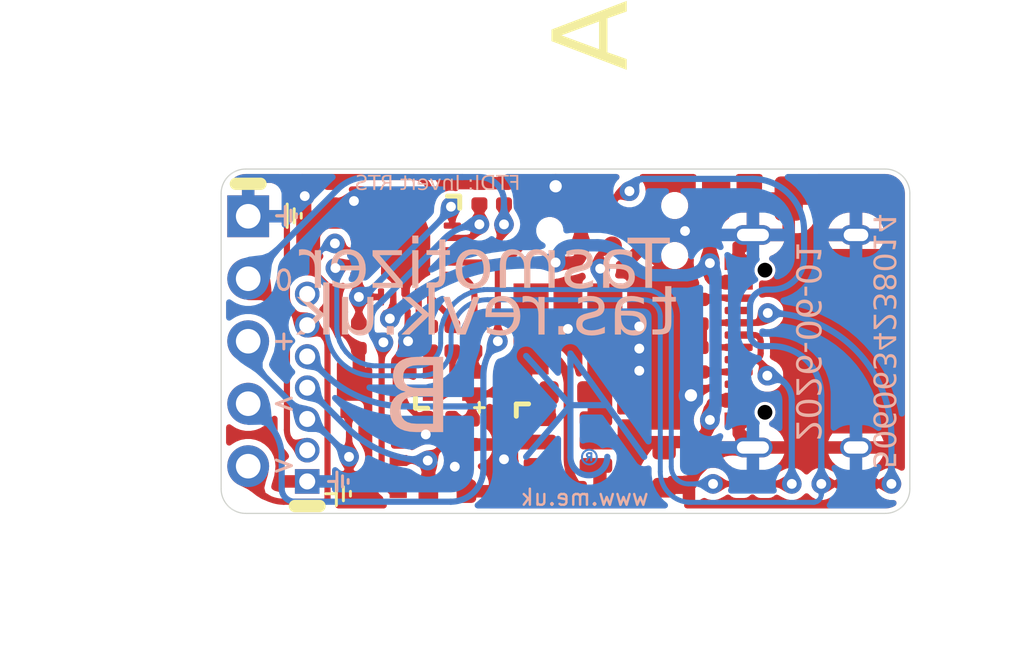
<source format=kicad_pcb>
(kicad_pcb (version 20240108) (generator "pcbnew") (generator_version "8.0")
  (title_block (title "Tasmotizer") (rev "4") (company "Adrian Kennard, Andrews & Arnold Ltd") (comment 1 "toot.me.uk/@RevK") (comment 2 "www.me.uk"))
  (layers (0 "F.Cu" signal) (31 "B.Cu" signal) (34 "B.Paste" user) (35 "F.Paste" user) (36 "B.SilkS" user "B.Silkscreen") (37 "F.SilkS" user "F.Silkscreen") (38 "B.Mask" user) (39 "F.Mask" user) (44 "Edge.Cuts" user))
  (net 0 "")
  (net 1 "GND")
  (net 2 "VBUS")
  (net 3 "RXD")
  (net 4 "GPIO0")
  (net 5 "TXD")
  (net 6 "RST")
  (net 7 "D-")
  (net 8 "D+")
  (net 9 "Net-(U1-3V3OUT)")
  (net 10 "Net-(D4-RK)")
  (net 11 "Net-(D4-GK)")
  (net 12 "Net-(J1-Pin_3)")
  (net 14 "Net-(J3-CC1)")
  (net 15 "Net-(J3-D+-PadA6)")
  (net 16 "Net-(J3-D--PadA7)")
  (net 18 "Net-(J3-CC2)")
  (net 20 "Net-(D4-BK)")
  (net 21 "Net-(U1-CBUS0)")
  (net 22 "Net-(U1-CBUS1)")
  (net 24 "Net-(U1-CBUS3)")
  (net 26 "+3.3V")
  (footprint "RevK:PinHeader_1x07_P1.27mm_Vertical" (layer "F.Cu") (at 84.5 101.89 180)
    (property "Reference" "J2" (hide yes))
    (property "Value" "Conn_01x07")
  )
  (footprint "RevK:R_0402" (layer "F.Cu") (at 100.5 98.8 90)
    (property "Reference" "R2" (hide yes))
    (property "Value" "5K1" (hide yes))
  )
  (footprint "RevK:PinHeader_1x05_P2.54mm_Right" (layer "F.Cu") (at 82.1 100 -90)
    (property "Reference" "J1" (hide yes))
    (property "Value" "Shelly 1" (hide yes))
  )
  (footprint "RevK:QFN-20-1EP_4x4mm_P0.5mm_EP2.5x2.5mm" (layer "F.Cu") (at 88.5 96.3 -90)
    (property "Reference" "U1" (hide yes))
    (property "Value" "FT231XQ")
  )
  (footprint "RevK:USB-C-Socket-H" (layer "F.Cu") (at 103.11 100 90)
    (property "Reference" "J3" (hide yes))
    (property "Value" "USB-C-Socket-V")
  )
  (footprint "RevK:R_0402" (layer "F.Cu") (at 100.5 100.75 90)
    (property "Reference" "R1" (hide yes))
    (property "Value" "5K1" (hide yes))
  )
  (footprint "RevK:R_0402" (layer "F.Cu") (at 102.6 105.8 180)
    (property "Reference" "R3" (hide yes))
    (property "Value" "27R" (hide yes))
  )
  (footprint "RevK:R_0402" (layer "F.Cu") (at 106.85 105.8 180)
    (property "Reference" "R4" (hide yes))
    (property "Value" "27R" (hide yes))
  )
  (footprint "RevK:DFN1006-2L" (layer "F.Cu") (at 91.5 94 90)
    (property "Reference" "D1" (hide yes))
    (property "Value" "~")
  )
  (footprint "RevK:DFN1006-2L" (layer "F.Cu") (at 92.5 94 90)
    (property "Reference" "D2" (hide yes))
    (property "Value" "~")
  )
  (footprint "RevK:C_0402" (layer "F.Cu") (at 86.6 99.8 -90)
    (property "Reference" "C1" (hide yes))
    (property "Value" "100nF" (hide yes))
  )
  (footprint "RevK:SOT-323_SC-70" (layer "F.Cu") (at 87.2 105.5)
    (property "Reference" "Q1" (hide yes))
    (property "Value" "PMF170XP,115" (hide yes))
  )
  (footprint "RevK:LED-RGB-1.6x1.6" (layer "F.Cu") (at 90.4 101.7)
    (property "Reference" "D4" (hide yes))
    (property "Value" "RGB")
  )
  (footprint "RevK:C_0603_" (layer "F.Cu") (at 97.6 102.8 -90)
    (property "Reference" "C6" (hide yes))
    (property "Value" "10uF 35V")
  )
  (footprint "RevK:R_0402" (layer "F.Cu") (at 90.4 99.9 90)
    (property "Reference" "R6" (hide yes))
    (property "Value" "680R" (hide yes))
  )
  (footprint "RevK:R_0402_" (layer "F.Cu") (at 93.3 106 180)
    (property "Reference" "R9" (hide yes))
    (property "Value" "39k2" (hide yes))
  )
  (footprint "RevK:Shadow" (layer "F.Cu") (at 100 100)
    (property "Reference" "REF**" (hide yes))
    (property "Value" "Shadow")
  )
  (footprint "RevK:C_0603_" (layer "F.Cu") (at 95.1 102.1 180)
    (property "Reference" "C8" (hide yes))
    (property "Value" "100nF")
  )
  (footprint "RevK:L_4x4_" (layer "F.Cu") (at 95.1 99.5 180)
    (property "Reference" "L2" (hide yes))
    (property "Value" "10uH")
  )
  (footprint "RevK:C_0402" (layer "F.Cu") (at 100.02 105.23 -90)
    (property "Reference" "C9" (hide yes))
    (property "Value" "100nF" (hide yes))
  )
  (footprint "RevK:R_0402" (layer "F.Cu") (at 89.5 99.9 90)
    (property "Reference" "R7" (hide yes))
    (property "Value" "2K" (hide yes))
  )
  (footprint "RevK:Tag-Connect_TC2030-IDC-NL_2x03_P1.27mm_Vertical" (layer "F.Cu") (at 96.9 95.5)
    (property "Reference" "J4" (hide yes))
    (property "Value" "TC2030-USB-NL-DS")
  )
  (footprint "RevK:DFN1006-2L" (layer "F.Cu") (at 93.5 94 90)
    (property "Reference" "D5" (hide yes))
    (property "Value" "~")
  )
  (footprint "RevK:C_0402" (layer "F.Cu") (at 91.2 103.7 -90)
    (property "Reference" "C5" (hide yes))
    (property "Value" "100nF" (hide yes))
  )
  (footprint "RevK:SOT-323_SC-70" (layer "F.Cu") (at 87.2 102.9)
    (property "Reference" "Q2" (hide yes))
    (property "Value" "PMF250XNEX" (hide yes))
  )
  (footprint "RevK:C_0402" (layer "F.Cu") (at 89.88 103.15 180)
    (property "Reference" "C2" (hide yes))
    (property "Value" "100nF" (hide yes))
  )
  (footprint "RevK:DFN1006-2L" (layer "F.Cu") (at 85.5 94 -90)
    (property "Reference" "D3" (hide yes))
    (property "Value" "~")
  )
  (footprint "RevK:R_0402" (layer "F.Cu") (at 91.3 99.9 90)
    (property "Reference" "R11" (hide yes))
    (property "Value" "220R" (hide yes))
  )
  (footprint "RevK:C_1206" (layer "F.Cu") (at 102.6 94.2 180)
    (property "Reference" "C10" (hide yes))
    (property "Value" "100uF 6.3V")
  )
  (footprint "RevK:C_0603" (layer "F.Cu") (at 99.01 105.18 -90)
    (property "Reference" "C4" (hide yes))
    (property "Value" "22uF")
  )
  (footprint "RevK:SOT-23-6-MD8942" (layer "F.Cu") (at 95.1 104.1 180)
    (property "Reference" "U3" (hide yes))
    (property "Value" "MD8942")
  )
  (footprint "RevK:R_0402_" (layer "F.Cu") (at 95.1 106 180)
    (property "Reference" "R8" (hide yes))
    (property "Value" "124k" (hide yes))
  )
  (footprint "RevK:C_0603" (layer "F.Cu") (at 90.2 106.1)
    (property "Reference" "C3" (hide yes))
    (property "Value" "22uF")
  )
  (footprint "RevK:R_0402_" (layer "F.Cu") (at 96.9 106 180)
    (property "Reference" "R10" (hide yes))
    (property "Value" "1M" (hide yes))
  )
  (footprint "RevK:C_0603_" (layer "F.Cu") (at 92.6 102.8 -90)
    (property "Reference" "C7" (hide yes))
    (property "Value" "10uF 6.3V")
  )
  (footprint "RevK:AJK" (layer "B.Cu") (at 95.2 102.6 180)
    (property "Reference" "Art1" (hide yes))
    (property "Value" "AJK" (hide yes))
  )
  (gr_line (start 84 106.7) (end 85 106.7) (stroke (width 0.5)) (layer "F.SilkS"))
  (gr_line (start 81.6 93.6) (end 82.6 93.6) (stroke (width 0.5)) (layer "F.SilkS"))
  (gr_arc (start 81 94) (mid 81.292893 93.292893) (end 82 93) (stroke (width 0.05)) (layer "Edge.Cuts"))
  (gr_arc (start 82 107) (mid 81.292893 106.707107) (end 81 106) (stroke (width 0.05)) (layer "Edge.Cuts"))
  (gr_arc (start 109 106) (mid 108.707107 106.707107) (end 108 107) (stroke (width 0.05)) (layer "Edge.Cuts"))
  (gr_line (start 108 93) (end 82 93) (stroke (width 0.05)) (layer "Edge.Cuts"))
  (gr_line (start 81 94) (end 81 106) (stroke (width 0.05)) (layer "Edge.Cuts"))
  (gr_line (start 109 94) (end 109 106) (stroke (width 0.05)) (layer "Edge.Cuts"))
  (gr_arc (start 108 93) (mid 108.707107 93.292893) (end 109 94) (stroke (width 0.05)) (layer "Edge.Cuts"))
  (gr_line (start 82 107) (end 108 107) (stroke (width 0.05)) (layer "Edge.Cuts"))
  (gr_text "B" (at 89 102.45 0) (layer "B.SilkS") (effects (font (size 3 3)) (justify mirror)))
  (gr_text "5060634238014" (at 107.9 100 -90) (layer "B.SilkS") (effects (font (size 0.9 0.9)) (justify mirror)))
  (gr_text "FTDI: Invert RTS" (at 89.8 93.6 0) (layer "B.SilkS") (effects (font (size 0.6 0.6) (thickness 0.12)) (justify mirror)))
  (gr_text "<" (at 83.55 102.6 180) (layer "B.SilkS") (effects (font (size 0.8 0.8) (thickness 0.12)) (justify mirror)))
  (gr_text "⏚" (at 83.7 94.9 90) (layer "B.SilkS") (effects (font (size 0.8 0.8) (thickness 0.12)) (justify mirror)))
  (gr_text "+" (at 83.55 99.95 0) (layer "B.SilkS") (effects (font (size 0.8 0.8) (thickness 0.12)) (justify mirror)))
  (gr_text "${CURRENT_DATE}" (at 104.8 100 270) (layer "B.SilkS") (effects (font (size 1 1)) (justify mirror)))
  (gr_text "⏚" (at 85.8 105.7 90) (layer "B.SilkS") (effects (font (size 0.8 0.8) (thickness 0.12)) (justify mirror)))
  (gr_text "0" (at 83.55 97.535 0) (layer "B.SilkS") (effects (font (size 0.8 0.8) (thickness 0.12)) (justify mirror)))
  (gr_text "Tasmotizer" (at 91.7 97 0) (layer "B.SilkS") (effects (font (size 2 2)) (justify mirror)))
  (gr_text "tas.revk.uk" (at 91.8 98.9 0) (layer "B.SilkS") (effects (font (size 2 2)) (justify mirror)))
  (gr_text "<" (at 83.55 105 0) (layer "B.SilkS") (effects (font (size 0.8 0.8) (thickness 0.12)) (justify mirror)))
  (gr_text "⏚" (at 83.8 94.9 90) (layer "F.SilkS") (effects (font (size 1 1) (thickness 0.12))))
  (gr_text "⏚" (at 85.8 106.2 90) (layer "F.SilkS") (effects (font (size 1 1) (thickness 0.12))))
  (gr_text "A" (at 98 89 90) (layer "F.SilkS") (effects (font (size 3 3)) (justify left bottom)))
  (segment (start 90.5 105.1) (end 90.603769 105.203769) (width 0.5) (layer "F.Cu") (net 1))
  (segment (start 102.04 96.8) (end 102.04 96.26) (width 0.5) (layer "F.Cu") (net 1))
  (segment (start 99.5 100.4) (end 99.5 100.5) (width 0.25) (layer "F.Cu") (net 1))
  (segment (start 89.3 103.5) (end 89.3 103.35) (width 0.25) (layer "F.Cu") (net 1))
  (segment (start 84.9 95.6) (end 84.9 97.313273) (width 0.25) (layer "F.Cu") (net 1))
  (segment (start 92.5 93.575) (end 91.5 93.575) (width 0.5) (layer "F.Cu") (net 1))
  (segment (start 85.325 97.738273) (end 85.325 99.025) (width 0.25) (layer "F.Cu") (net 1))
  (segment (start 100.5 99.3) (end 99.496611 98.296611) (width 0.25) (layer "F.Cu") (net 1))
  (segment (start 88.55 98.746339) (end 88.583741 98.78008) (width 0.25) (layer "F.Cu") (net 1))
  (segment (start 87.5 95.3) (end 88.5 96.3) (width 0.25) (layer "F.Cu") (net 1))
  (segment (start 93.5 93.575) (end 92.5 93.575) (width 0.5) (layer "F.Cu") (net 1))
  (segment (start 100.044695 105.73) (end 100.6307 105.143995) (width 0.25) (layer "F.Cu") (net 1))
  (segment (start 89.3 103.35) (end 88.2 102.25) (width 0.25) (layer "F.Cu") (net 1))
  (segment (start 102.04 103.74) (end 102.62 104.32) (width 0.5) (layer "F.Cu") (net 1))
  (segment (start 86.275 94.425) (end 86.4 94.3) (width 0.5) (layer "F.Cu") (net 1))
  (segment (start 89 94.4) (end 89 95.8) (width 0.25) (layer "F.Cu") (net 1))
  (segment (start 88 94.4) (end 88 95.8) (width 0.25) (layer "F.Cu") (net 1))
  (segment (start 100.5 100.25) (end 99.65 100.25) (width 0.25) (layer "F.Cu") (net 1))
  (segment (start 102.04 103.2) (end 102.04 103.74) (width 0.5) (layer "F.Cu") (net 1))
  (segment (start 85.2 95.3) (end 84.9 95.6) (width 0.25) (layer "F.Cu") (net 1))
  (segment (start 99.496611 98.296611) (end 99.496611 97.999248) (width 0.25) (layer "F.Cu") (net 1))
  (segment (start 102.04 96.26) (end 102.62 95.68) (width 0.5) (layer "F.Cu") (net 1))
  (segment (start 88.55 98.25) (end 88.55 98.746339) (width 0.25) (layer "F.Cu") (net 1))
  (segment (start 86.6 95.3) (end 87.5 95.3) (width 0.25) (layer "F.Cu") (net 1))
  (segment (start 85.5 94.425) (end 86.275 94.425) (width 0.5) (layer "F.Cu") (net 1))
  (segment (start 88.5 98.2) (end 88.5 96.3) (width 0.25) (layer "F.Cu") (net 1))
  (segment (start 88.2 102.25) (end 88.2 100.965685) (width 0.25) (layer "F.Cu") (net 1))
  (segment (start 88.5 94.4) (end 88.5 96.3) (width 0.25) (layer "F.Cu") (net 1))
  (segment (start 86.4 94.817158) (end 86.4 94.3) (width 0.25) (layer "F.Cu") (net 1))
  (segment (start 87.5 94.4) (end 87.5 95.3) (width 0.25) (layer "F.Cu") (net 1))
  (segment (start 84.9 97.313273) (end 85.325 97.738273) (width 0.25) (layer "F.Cu") (net 1))
  (segment (start 91.5 93.575) (end 90.625 93.575) (width 0.5) (layer "F.Cu") (net 1))
  (segment (start 85.325 99.025) (end 86.6 100.3) (width 0.25) (layer "F.Cu") (net 1))
  (segment (start 88.583741 98.78008) (end 88.583741 99.983741) (width 0.25) (layer "F.Cu") (net 1))
  (segment (start 88.583741 99.983741) (end 88.6 100) (width 0.25) (layer "F.Cu") (net 1))
  (segment (start 99.5 100.5) (end 99.5 101.6) (width 0.25) (layer "F.Cu") (net 1))
  (segment (start 88.5 98.2) (end 88.55 98.25) (width 0.25) (layer "F.Cu") (net 1))
  (segment (start 93.5 93.575) (end 94.475 93.575) (width 0.5) (layer "F.Cu") (net 1))
  (segment (start 86.6 95.3) (end 85.2 95.3) (width 0.25) (layer "F.Cu") (net 1))
  (via (at 92.5 104.8) (size 0.8) (drill 0.4) (layers "F.Cu" "B.Cu") (net 1))
  (via (at 86.4 94.3) (size 0.8) (drill 0.4) (layers "F.Cu" "B.Cu") (net 1))
  (via (at 90.5 105.1) (size 0.8) (drill 0.4) (layers "F.Cu" "B.Cu") (net 1))
  (via (at 98 100.3) (size 0.8) (drill 0.4) (layers "F.Cu" "B.Cu") (net 1))
  (via (at 89.32 103.79) (size 0.8) (drill 0.4) (layers "F.Cu" "B.Cu") (net 1))
  (via (at 94.6 93.7) (size 1) (drill 0.5) (layers "F.Cu" "B.Cu") (net 1))
  (via (at 100.1 102.2) (size 1) (drill 0.5) (layers "F.Cu" "B.Cu") (net 1))
  (via (at 95.1 99.5) (size 0.8) (drill 0.4) (layers "F.Cu" "B.Cu") (net 1))
  (via (at 98 101.2) (size 0.8) (drill 0.4) (layers "F.Cu" "B.Cu") (net 1))
  (via (at 98 99.4) (size 0.8) (drill 0.4) (layers "F.Cu" "B.Cu") (net 1))
  (via (at 88.6 100) (size 0.8) (drill 0.4) (layers "F.Cu" "B.Cu") (net 1))
  (via (at 99.86 95.52) (size 0.8) (drill 0.4) (layers "F.Cu" "B.Cu") (net 1))
  (via (at 84.4 94.1) (size 0.8) (drill 0.4) (layers "F.Cu" "B.Cu") (net 1))
  (arc (start 99.65 100.25) (mid 99.543934 100.293934) (end 99.5 100.4) (width 0.25) (layer "F.Cu") (net 1))
  (arc (start 100.6307 105.143995) (mid 101.543398 104.53415) (end 102.62 104.32) (width 0.25) (layer "F.Cu") (net 1))
  (arc (start 90.603769 105.203769) (mid 90.87852 105.614963) (end 90.975 106.1) (width 0.5) (layer "F.Cu") (net 1))
  (arc (start 88.2 100.965685) (mid 88.303957 100.44306) (end 88.6 100) (width 0.25) (layer "F.Cu") (net 1))
  (arc (start 86.6 95.3) (mid 86.451978 95.078471) (end 86.4 94.817158) (width 0.25) (layer "F.Cu") (net 1))
  (arc (start 94.475 93.575) (mid 94.563388 93.611612) (end 94.6 93.7) (width 0.5) (layer "F.Cu") (net 1))
  (arc (start 99.5 101.6) (mid 99.675736 102.024264) (end 100.1 102.2) (width 0.25) (layer "F.Cu") (net 1))
  (segment (start 99.970498 104.1) (end 97.6 104.1) (width 0.5) (layer "F.Cu") (net 2))
  (segment (start 102.04 102.4) (end 101.4 102.4) (width 0.5) (layer "F.Cu") (net 2))
  (segment (start 100.02 104.73) (end 100.02 104.149502) (width 0.25) (layer "F.Cu") (net 2))
  (segment (start 100.870498 96.825) (end 100.870498 94.454502) (width 0.5) (layer "F.Cu") (net 2))
  (segment (start 102.04 97.6) (end 101.270498 97.6) (width 0.5) (layer "F.Cu") (net 2))
  (segment (start 88 98.939126) (end 87.858741 99.080385) (width 0.25) (layer "F.Cu") (net 2))
  (segment (start 100.870498 97.2) (end 100.870498 96.825) (width 0.5) (layer "F.Cu") (net 2))
  (segment (start 95.63 95.165) (end 95.63 96.435) (width 0.5) (layer "F.Cu") (net 2))
  (segment (start 100.02 104.149502) (end 99.970498 104.1) (width 0.25) (layer "F.Cu") (net 2))
  (segment (start 100.870498 103.2) (end 100.870498 102.929502) (width 0.5) (layer "F.Cu") (net 2))
  (segment (start 88 98.2) (end 88 98.939126) (width 0.25) (layer "F.Cu") (net 2))
  (segment (start 94.6 96.8) (end 95.265 96.8) (width 0.5) (layer "F.Cu") (net 2))
  (via (at 87.858741 99.080385) (size 0.8) (drill 0.4) (layers "F.Cu" "B.Cu") (net 2))
  (via (at 100.870498 103.2) (size 0.8) (drill 0.4) (layers "F.Cu" "B.Cu") (net 2))
  (via (at 100.870498 96.825) (size 0.8) (drill 0.4) (layers "F.Cu" "B.Cu") (net 2))
  (via (at 94.6 96.8) (size 0.8) (drill 0.4) (layers "F.Cu" "B.Cu") (net 2))
  (arc (start 100.870498 103.2) (mid 100.606894 103.836396) (end 99.970498 104.1) (width 0.5) (layer "F.Cu") (net 2))
  (arc (start 100.870498 102.929502) (mid 101.025586 102.555088) (end 101.4 102.4) (width 0.5) (layer "F.Cu") (net 2))
  (arc (start 101.270498 97.6) (mid 100.987655 97.482843) (end 100.870498 97.2) (width 0.5) (layer "F.Cu") (net 2))
  (arc (start 95.265 96.8) (mid 95.523094 96.693094) (end 95.63 96.435) (width 0.5) (layer "F.Cu") (net 2))
  (segment (start 97.324264 96.524264) (end 97.717157 96.917157) (width 0.5) (layer "B.Cu") (net 2))
  (segment (start 94.598006 96.801994) (end 94.6 96.8) (width 0.5) (layer "B.Cu") (net 2))
  (segment (start 100.683807 96.992342) (end 100.574776 97.070161) (width 0.5) (layer "B.Cu") (net 2))
  (segment (start 93.359263 96.801994) (end 94.598006 96.801994) (width 0.5) (layer "B.Cu") (net 2))
  (segment (start 95.3 96.1) (end 96.3 96.1) (width 0.5) (layer "B.Cu") (net 2))
  (segment (start 101.1 102.645934) (end 101.1 97.379066) (width 0.5) (layer "B.Cu") (net 2))
  (segment (start 100.00512 97.30493) (end 99.925279 97.317512) (width 0.5) (layer "B.Cu") (net 2))
  (segment (start 99.925279 97.317512) (end 98.683699 97.317512) (width 0.5) (layer "B.Cu") (net 2))
  (segment (start 100.109969 97.280592) (end 100.00512 97.30493) (width 0.5) (layer "B.Cu") (net 2))
  (segment (start 100.574776 97.070161) (end 100.474309 97.130811) (width 0.5) (layer "B.Cu") (net 2))
  (segment (start 100.870498 96.825) (end 100.77537 96.916468) (width 0.5) (layer "B.Cu") (net 2))
  (segment (start 100.77537 96.916468) (end 100.683807 96.992342) (width 0.5) (layer "B.Cu") (net 2))
  (segment (start 100.474309 97.130811) (end 100.352049 97.192863) (width 0.5) (layer "B.Cu") (net 2))
  (segment (start 100.352049 97.192863) (end 100.246256 97.236443) (width 0.5) (layer "B.Cu") (net 2))
  (segment (start 100.246256 97.236443) (end 100.109969 97.280592) (width 0.5) (layer "B.Cu") (net 2))
  (arc (start 100.870498 103.2) (mid 101.040354 102.945792) (end 101.1 102.645934) (width 0.5) (layer "B.Cu") (net 2))
  (arc (start 101.1 97.379066) (mid 101.040354 97.079208) (end 100.870498 96.825) (width 0.5) (layer "B.Cu") (net 2))
  (arc (start 96.3 96.1) (mid 96.854328 96.210263) (end 97.324264 96.524264) (width 0.5) (layer "B.Cu") (net 2))
  (arc (start 94.6 96.8) (mid 94.805025 96.305025) (end 95.3 96.1) (width 0.5) (layer "B.Cu") (net 2))
  (arc (start 98.683699 97.317512) (mid 98.16061 97.213463) (end 97.717157 96.917157) (width 0.5) (layer "B.Cu") (net 2))
  (arc (start 93.359263 96.801994) (mid 90.382402 97.394128) (end 87.858741 99.080385) (width 0.5) (layer "B.Cu") (net 2))
  (segment (start 90.4 96.8) (end 91.95 96.8) (width 0.25) (layer "F.Cu") (net 3))
  (segment (start 92.25 100) (end 92.25 96.77069) (width 0.25) (layer "F.Cu") (net 3))
  (segment (start 93.5 94.575) (end 93.5 95.25) (width 0.25) (layer "F.Cu") (net 3))
  (via (at 92.25 100) (size 0.8) (drill 0.4) (layers "F.Cu" "B.Cu") (net 3))
  (arc (start 91.95 96.8) (mid 93.046016 96.346016) (end 93.5 95.25) (width 0.25) (layer "F.Cu") (net 3))
  (segment (start 91.661231 105.2) (end 91.661231 102.6) (width 0.25) (layer "B.Cu") (net 3))
  (segment (start 91.661231 102.6) (end 91.661231 101.421414) (width 0.25) (layer "B.Cu") (net 3))
  (segment (start 85.136999 101.257) (end 84.5 100.62) (width 0.25) (layer "B.Cu") (net 3))
  (segment (start 83.461672 104.7) (end 83.461672 105.986672) (width 0.25) (layer "B.Cu") (net 3))
  (segment (start 84 106.525) (end 90.336231 106.525) (width 0.25) (layer "B.Cu") (net 3))
  (segment (start 82.897169 103.337169) (end 82.1 102.54) (width 0.25) (layer "B.Cu") (net 3))
  (segment (start 88.5 102.65) (end 91.611231 102.65) (width 0.25) (layer "B.Cu") (net 3))
  (arc (start 83.461672 105.986672) (mid 83.619345 106.367327) (end 84 106.525) (width 0.25) (layer "B.Cu") (net 3))
  (arc (start 90.336231 106.525) (mid 91.273147 106.136916) (end 91.661231 105.2) (width 0.25) (layer "B.Cu") (net 3))
  (arc (start 83.461672 104.7) (mid 83.314962 103.962441) (end 82.897169 103.337169) (width 0.25) (layer "B.Cu") (net 3))
  (arc (start 88.5 102.65) (mid 86.679957 102.287971) (end 85.136999 101.257) (width 0.25) (layer "B.Cu") (net 3))
  (arc (start 91.611231 102.65) (mid 91.646586 102.635355) (end 91.661231 102.6) (width 0.25) (layer "B.Cu") (net 3))
  (arc (start 92.25 100) (mid 91.814247 100.65215) (end 91.661231 101.421414) (width 0.25) (layer "B.Cu") (net 3))
  (segment (start 82.851221 98.21122) (end 82.1 97.46) (width 0.25) (layer "F.Cu") (net 4))
  (segment (start 83.675 100.2) (end 83.675 103.605) (width 0.25) (layer "F.Cu") (net 4))
  (segment (start 92.5 94.425) (end 92.5 95.25) (width 0.25) (layer "F.Cu") (net 4))
  (segment (start 90.4 96.3) (end 91.45 96.3) (width 0.25) (layer "F.Cu") (net 4))
  (via (at 92.5 95.25) (size 0.8) (drill 0.4) (layers "F.Cu" "B.Cu") (net 4))
  (arc (start 83.675 103.605) (mid 83.916637 104.188363) (end 84.5 104.43) (width 0.25) (layer "F.Cu") (net 4))
  (arc (start 83.675 100.2) (mid 83.460907 99.12368) (end 82.851221 98.21122) (width 0.25) (layer "F.Cu") (net 4))
  (arc (start 91.45 96.3) (mid 92.192462 95.992462) (end 92.5 95.25) (width 0.25) (layer "F.Cu") (net 4))
  (segment (start 86.949177 93.325) (end 90.1 93.325) (width 0.25) (layer "B.Cu") (net 4))
  (segment (start 90.1 93.325) (end 90.8 93.325) (width 0.25) (layer "B.Cu") (net 4))
  (segment (start 90.8 93.325) (end 91.5 93.325) (width 0.25) (layer "B.Cu") (net 4))
  (segment (start 92.5 95.25) (end 92.5 94.325) (width 0.25) (layer "B.Cu") (net 4))
  (segment (start 85.73 93.83) (end 82.1 97.46) (width 0.25) (layer "B.Cu") (net 4))
  (segment (start 90.8 93.325) (end 90.825 93.325) (width 0.25) (layer "B.Cu") (net 4))
  (segment (start 90.825 93.325) (end 90.1 93.325) (width 0.25) (layer "B.Cu") (net 4))
  (arc (start 92.5 94.325) (mid 92.207107 93.617893) (end 91.5 93.325) (width 0.25) (layer "B.Cu") (net 4))
  (arc (start 86.949177 93.325) (mid 86.289364 93.456245) (end 85.73 93.83) (width 0.25) (layer "B.Cu") (net 4))
  (segment (start 83.675 98.2) (end 83.675 93.95) (width 0.25) (layer "F.Cu") (net 5))
  (segment (start 85.175 106.525) (end 83.545 106.525) (width 0.25) (layer "F.Cu") (net 5))
  (segment (start 84.3 93.325) (end 85.5 93.325) (width 0.25) (layer "F.Cu") (net 5))
  (segment (start 85.5 93.325) (end 88.825 93.325) (width 0.25) (layer "F.Cu") (net 5))
  (segment (start 85.325 100.247917) (end 85.325 106.375) (width 0.25) (layer "F.Cu") (net 5))
  (segment (start 89.5 94) (end 89.5 94.4) (width 0.25) (layer "F.Cu") (net 5))
  (segment (start 84.5 99.35) (end 83.90481 98.75481) (width 0.25) (layer "F.Cu") (net 5))
  (arc (start 85.325 106.375) (mid 85.281066 106.481066) (end 85.175 106.525) (width 0.25) (layer "F.Cu") (net 5))
  (arc (start 84.5 99.422917) (mid 85.083363 99.664554) (end 85.325 100.247917) (width 0.25) (layer "F.Cu") (net 5))
  (arc (start 83.545 106.525) (mid 82.523231 106.101769) (end 82.1 105.08) (width 0.25) (layer "F.Cu") (net 5))
  (arc (start 83.90481 98.75481) (mid 83.734726 98.500261) (end 83.675 98.2) (width 0.25) (layer "F.Cu") (net 5))
  (arc (start 88.825 93.325) (mid 89.302297 93.522703) (end 89.5 94) (width 0.25) (layer "F.Cu") (net 5))
  (arc (start 83.675 93.95) (mid 83.858058 93.508058) (end 84.3 93.325) (width 0.25) (layer "F.Cu") (net 5))
  (segment (start 91.5 94.425) (end 91.5 95.25) (width 0.25) (layer "F.Cu") (net 6))
  (segment (start 87.525 103.6) (end 87.525 100.119364) (width 0.25) (layer "F.Cu") (net 6))
  (segment (start 87.525 100.119364) (end 87.598447 100.045917) (width 0.25) (layer "F.Cu") (net 6))
  (segment (start 88.2 103.55) (end 87.575 103.55) (width 0.25) (layer "F.Cu") (net 6))
  (segment (start 90.4 95.8) (end 90.95 95.8) (width 0.25) (layer "F.Cu") (net 6))
  (segment (start 87.525 105.475) (end 87.525 103.6) (width 0.25) (layer "F.Cu") (net 6))
  (via (at 87.598447 100.045917) (size 0.8) (drill 0.4) (layers "F.Cu" "B.Cu") (net 6))
  (via (at 91.5 95.25) (size 0.8) (drill 0.4) (layers "F.Cu" "B.Cu") (net 6))
  (arc (start 88.2 106.15) (mid 87.722703 105.952297) (end 87.525 105.475) (width 0.25) (layer "F.Cu") (net 6))
  (arc (start 90.95 95.8) (mid 91.338909 95.638909) (end 91.5 95.25) (width 0.25) (layer "F.Cu") (net 6))
  (arc (start 87.575 103.55) (mid 87.539645 103.564645) (end 87.525 103.6) (width 0.25) (layer "F.Cu") (net 6))
  (segment (start 87.311261 98.602561) (end 90.072555 95.841267) (width 0.25) (layer "B.Cu") (net 6))
  (segment (start 87.105215 99.1) (end 87.105215 99.552685) (width 0.25) (layer "B.Cu") (net 6))
  (arc (start 87.311261 98.602561) (mid 87.158765 98.830788) (end 87.105215 99.1) (width 0.25) (layer "B.Cu") (net 6))
  (arc (start 91.5 95.25) (mid 90.727472 95.403665) (end 90.072555 95.841267) (width 0.25) (layer "B.Cu") (net 6))
  (arc (start 87.105215 99.552685) (mid 87.249679 99.901453) (end 87.598447 100.045917) (width 0.25) (layer "B.Cu") (net 6))
  (segment (start 86.6 96.8) (end 85.872563 96.8) (width 0.2) (layer "F.Cu") (net 7))
  (segment (start 96.410524 97.050001) (end 96.410524 96.624476) (width 0.2) (layer "F.Cu") (net 7))
  (segment (start 85.872563 96.8) (end 85.647821 97.024742) (width 0.2) (layer "F.Cu") (net 7))
  (segment (start 102.1 105.8) (end 101 105.8) (width 0.2) (layer "F.Cu") (net 7))
  (via (at 85.647821 97.024742) (size 0.8) (drill 0.4) (layers "F.Cu" "B.Cu") (net 7))
  (via (at 96.410524 97.050001) (size 0.8) (drill 0.4) (layers "F.Cu" "B.Cu") (net 7))
  (via (at 101 105.8) (size 0.8) (drill 0.4) (layers "F.Cu" "B.Cu") (net 7))
  (arc (start 96.410524 96.624476) (mid 96.553888 96.278364) (end 96.9 96.135) (width 0.2) (layer "F.Cu") (net 7))
  (segment (start 96.410524 97.050001) (end 96.410524 97.889476) (width 0.2) (layer "B.Cu") (net 7))
  (segment (start 100 105.8) (end 101 105.8) (width 0.2) (layer "B.Cu") (net 7))
  (segment (start 94.6 97.9) (end 96.4 97.9) (width 0.2) (layer "B.Cu") (net 7))
  (segment (start 86.686701 100.880636) (end 86.925874 100.958348) (width 0.2) (layer "B.Cu") (net 7))
  (segment (start 85.7 97.076921) (end 85.7 99.4) (width 0.2) (layer "B.Cu") (net 7))
  (segment (start 85.702312 99.525741) (end 85.741652 99.774126) (width 0.2) (layer "B.Cu") (net 7))
  (segment (start 99.3 99) (end 99.3 105.1) (width 0.2) (layer "B.Cu") (net 7))
  (segment (start 89.925221 99.664283) (end 89.963849 99.395613) (width 0.2) (layer "B.Cu") (net 7))
  (segment (start 87.3 101) (end 89 101) (width 0.2) (layer "B.Cu") (net 7))
  (segment (start 91.687062 97.902422) (end 91.822779 97.9) (width 0.2) (layer "B.Cu") (net 7))
  (segment (start 85.741652 99.774126) (end 85.819364 100.013299) (width 0.2) (layer "B.Cu") (net 7))
  (segment (start 86.925874 100.958348) (end 87.174259 100.997688) (width 0.2) (layer "B.Cu") (net 7))
  (segment (start 96.4 97.9) (end 98.1 97.9) (width 0.2) (layer "B.Cu") (net 7))
  (segment (start 91.822779 97.9) (end 94.6 97.9) (width 0.2) (layer "B.Cu") (net 7))
  (segment (start 89.925221 100.074779) (end 89.925221 99.664283) (width 0.2) (layer "B.Cu") (net 7))
  (segment (start 98.1 97.9) (end 98.2 97.9) (width 0.2) (layer "B.Cu") (net 7))
  (segment (start 89.963849 99.395613) (end 90.04032 99.135175) (width 0.2) (layer "B.Cu") (net 7))
  (segment (start 91.157955 98.017528) (end 91.418392 97.941054) (width 0.2) (layer "B.Cu") (net 7))
  (segment (start 90.911051 98.130287) (end 91.157955 98.017528) (width 0.2) (layer "B.Cu") (net 7))
  (segment (start 90.682708 98.277037) (end 90.911051 98.130287) (width 0.2) (layer "B.Cu") (net 7))
  (segment (start 86.081352 100.440824) (end 86.259176 100.618648) (width 0.2) (layer "B.Cu") (net 7))
  (segment (start 90.299824 98.659925) (end 90.477574 98.454789) (width 0.2) (layer "B.Cu") (net 7))
  (segment (start 91.418392 97.941054) (end 91.674836 97.90418) (width 0.2) (layer "B.Cu") (net 7))
  (segment (start 85.647821 97.024742) (end 85.7 97.076921) (width 0.2) (layer "B.Cu") (net 7))
  (segment (start 85.819364 100.013299) (end 85.933535 100.237371) (width 0.2) (layer "B.Cu") (net 7))
  (segment (start 85.933535 100.237371) (end 86.081352 100.440824) (width 0.2) (layer "B.Cu") (net 7))
  (segment (start 86.259176 100.618648) (end 86.462629 100.766465) (width 0.2) (layer "B.Cu") (net 7))
  (segment (start 90.477574 98.454789) (end 90.682708 98.277037) (width 0.2) (layer "B.Cu") (net 7))
  (segment (start 90.153077 98.88827) (end 90.299824 98.659925) (width 0.2) (layer "B.Cu") (net 7))
  (segment (start 90.04032 99.135175) (end 90.153077 98.88827) (width 0.2) (layer "B.Cu") (net 7))
  (segment (start 87.174259 100.997688) (end 87.3 101) (width 0.2) (layer "B.Cu") (net 7))
  (segment (start 85.7 99.4) (end 85.702312 99.525741) (width 0.2) (layer "B.Cu") (net 7))
  (segment (start 86.462629 100.766465) (end 86.686701 100.880636) (width 0.2) (layer "B.Cu") (net 7))
  (segment (start 91.674836 97.90418) (end 91.687062 97.902422) (width 0.2) (layer "B.Cu") (net 7))
  (arc (start 96.410524 97.889476) (mid 96.407442 97.896918) (end 96.4 97.9) (width 0.2) (layer "B.Cu") (net 7))
  (arc (start 89 101) (mid 89.65423 100.729009) (end 89.925221 100.074779) (width 0.2) (layer "B.Cu") (net 7))
  (arc (start 98.2 97.9) (mid 98.977817 98.222183) (end 99.3 99) (width 0.2) (layer "B.Cu") (net 7))
  (arc (start 99.3 105.1) (mid 99.505025 105.594975) (end 100 105.8) (width 0.2) (layer "B.Cu") (net 7))
  (segment (start 96.9 94.865) (end 96.9 94.6) (width 0.25) (layer "F.Cu") (net 8))
  (segment (start 85.9 96.3) (end 85.625 96.025) (width 0.2) (layer "F.Cu") (net 8))
  (segment (start 86.6 96.3) (end 85.9 96.3) (width 0.2) (layer "F.Cu") (net 8))
  (segment (start 106.35 105.8) (end 105.4 105.8) (width 0.2) (layer "F.Cu") (net 8))
  (via (at 85.625 96.025) (size 0.8) (drill 0.4) (layers "F.Cu" "B.Cu") (net 8))
  (via (at 105.4 105.8) (size 0.8) (drill 0.4) (layers "F.Cu" "B.Cu") (net 8))
  (via (at 97.6 93.9) (size 0.8) (drill 0.4) (layers "F.Cu" "B.Cu") (net 8))
  (arc (start 96.9 94.6) (mid 97.105025 94.105025) (end 97.6 93.9) (width 0.25) (layer "F.Cu") (net 8))
  (segment (start 85.143566 96.22196) (end 85.262766 96.126902) (width 0.2) (layer "B.Cu") (net 8))
  (segment (start 85.042059 97.488437) (end 84.98022 97.381318) (width 0.2) (layer "B.Cu") (net 8))
  (segment (start 103.4 97.9) (end 103.2 97.9) (width 0.25) (layer "B.Cu") (net 8))
  (segment (start 98.854281 99) (end 98.854281 105.304281) (width 0.2) (layer "B.Cu") (net 8))
  (segment (start 85.3 97.924437) (end 85.298817 97.868714) (width 0.2) (layer "B.Cu") (net 8))
  (segment (start 105.22094 106.516645) (end 105.305332 106.455332) (width 0.2) (layer "B.Cu") (net 8))
  (segment (start 103 100.2) (end 103.4 100.2) (width 0.25) (layer "B.Cu") (net 8))
  (segment (start 85.175685 97.624315) (end 85.084663 97.533293) (width 0.2) (layer "B.Cu") (net 8))
  (segment (start 85.214259 97.664546) (end 85.175685 97.624315) (width 0.2) (layer "B.Cu") (net 8))
  (segment (start 90.34768 100.243325) (end 90.34768 99.8) (width 0.2) (layer "B.Cu") (net 8))
  (segment (start 85.548769 96.026827) (end 85.625 96.025) (width 0.2) (layer "B.Cu") (net 8))
  (segment (start 89.282156 101.404459) (end 87.204459 101.404459) (width 0.2) (layer "B.Cu") (net 8))
  (segment (start 85.3 99.5) (end 85.3 97.924437) (width 0.2) (layer "B.Cu") (net 8))
  (segment (start 105.366645 106.37094) (end 105.398874 106.271731) (width 0.2) (layer "B.Cu") (net 8))
  (segment (start 98.136039 93.4) (end 102.6 93.4) (width 0.25) (layer "B.Cu") (net 8))
  (segment (start 85.40013 96.060752) (end 85.548769 96.026827) (width 0.2) (layer "B.Cu") (net 8))
  (segment (start 105.305332 106.455332) (end 105.366645 106.37094) (width 0.2) (layer "B.Cu") (net 8))
  (segment (start 105.4 106.219574) (end 105.4 105.8) (width 0.2) (layer "B.Cu") (net 8))
  (segment (start 92.1 98.311805) (end 91.960524 98.314398) (width 0.2) (layer "B.Cu") (net 8))
  (segment (start 91.835875 98.311805) (end 92.9 98.311805) (width 0.2) (layer "B.Cu") (net 8))
  (segment (start 84.94821 97.261844) (end 84.946608 97.2) (width 0.2) (layer "B.Cu") (net 8))
  (segment (start 92.9 98.311805) (end 98.166086 98.311805) (width 0.2) (layer "B.Cu") (net 8))
  (segment (start 105.4 102.2) (end 105.4 105.8) (width 0.25) (layer "B.Cu") (net 8))
  (segment (start 85.269979 97.761063) (end 85.214259 97.664546) (width 0.2) (layer "B.Cu") (net 8))
  (segment (start 102.5 98.6) (end 102.5 99.7) (width 0.25) (layer "B.Cu") (net 8))
  (segment (start 100.1 106.55) (end 105.069574 106.55) (width 0.2) (layer "B.Cu") (net 8))
  (segment (start 105.069574 106.55) (end 105.121731 106.548874) (width 0.2) (layer "B.Cu") (net 8))
  (segment (start 97.6 93.9) (end 97.639845 93.896194) (width 0.25) (layer "B.Cu") (net 8))
  (segment (start 92.9 98.311805) (end 92.1 98.311805) (width 0.2) (layer "B.Cu") (net 8))
  (segment (start 105.121731 106.548874) (end 105.22094 106.516645) (width 0.2) (layer "B.Cu") (net 8))
  (segment (start 85.298817 97.868714) (end 85.269979 97.761063) (width 0.2) (layer "B.Cu") (net 8))
  (segment (start 84.946608 96.703392) (end 84.948427 96.627161) (width 0.2) (layer "B.Cu") (net 8))
  (segment (start 104.7 95.5) (end 104.7 96.6) (width 0.25) (layer "B.Cu") (net 8))
  (segment (start 84.98022 97.381318) (end 84.94821 97.261844) (width 0.2) (layer "B.Cu") (net 8))
  (segment (start 84.982355 96.478522) (end 85.048507 96.341159) (width 0.2) (layer "B.Cu") (net 8))
  (segment (start 85.084663 97.533293) (end 85.042059 97.488437) (width 0.2) (layer "B.Cu") (net 8))
  (segment (start 85.262766 96.126902) (end 85.40013 96.060752) (width 0.2) (layer "B.Cu") (net 8))
  (segment (start 85.048507 96.341159) (end 85.143566 96.22196) (width 0.2) (layer "B.Cu") (net 8))
  (segment (start 84.946608 97.2) (end 84.946608 96.703392) (width 0.2) (layer "B.Cu") (net 8))
  (segment (start 99.99121 106.547768) (end 100.1 106.55) (width 0.2) (layer "B.Cu") (net 8))
  (segment (start 105.398874 106.271731) (end 105.4 106.219574) (width 0.2) (layer "B.Cu") (net 8))
  (segment (start 84.948427 96.627161) (end 84.982355 96.478522) (width 0.2) (layer "B.Cu") (net 8))
  (arc (start 89.2 101.391005) (mid 90.011532 101.054857) (end 90.34768 100.243325) (width 0.2) (layer "B.Cu") (net 8))
  (arc (start 103.2 97.9) (mid 102.705025 98.105025) (end 102.5 98.6) (width 0.25) (layer "B.Cu") (net 8))
  (arc (start 90.34768 99.8) (mid 90.783562 98.747687) (end 91.835875 98.311805) (width 0.2) (layer "B.Cu") (net 8))
  (arc (start 104.7 96.6) (mid 104.319239 97.519239) (end 103.4 97.9) (width 0.25) (layer "B.Cu") (net 8))
  (arc (start 103.4 100.2) (mid 104.814214 100.785786) (end 105.4 102.2) (width 0.25) (layer "B.Cu") (net 8))
  (arc (start 102.6 93.4) (mid 104.084924 94.015076) (end 104.7 95.5) (width 0.25) (layer "B.Cu") (net 8))
  (arc (start 87.204459 101.404459) (mid 85.857803 100.846656) (end 85.3 99.5) (width 0.2) (layer "B.Cu") (net 8))
  (arc (start 97.639845 93.896194) (mid 97.785177 93.545332) (end 98.136039 93.4) (width 0.25) (layer "B.Cu") (net 8))
  (arc (start 98.854281 105.304281) (mid 99.179711 106.147577) (end 99.99121 106.547768) (width 0.2) (layer "B.Cu") (net 8))
  (arc (start 98.166086 98.311805) (mid 98.652713 98.513373) (end 98.854281 99) (width 0.2) (layer "B.Cu") (net 8))
  (arc (start 102.5 99.7) (mid 102.646447 100.053553) (end 103 100.2) (width 0.25) (layer "B.Cu") (net 8))
  (segment (start 86.6 97.3) (end 86.6 98.2) (width 0.25) (layer "F.Cu") (net 9))
  (segment (start 90.4 95.3) (end 90.4 94.586713) (width 0.25) (layer "F.Cu") (net 9))
  (segment (start 87.5 98.2) (end 86.6 98.2) (width 0.25) (layer "F.Cu") (net 9))
  (segment (start 90.4 94.586713) (end 90.344016 94.530729) (width 0.25) (layer "F.Cu") (net 9))
  (segment (start 86.6 98.2) (end 86.6 99.3) (width 0.25) (layer "F.Cu") (net 9))
  (via (at 86.6 98.2) (size 0.8) (drill 0.4) (layers "F.Cu" "B.Cu") (net 9))
  (via (at 90.344016 94.530729) (size 0.8) (drill 0.4) (layers "F.Cu" "B.Cu") (net 9))
  (segment (start 86.8 98.2) (end 90.344016 94.655984) (width 0.25) (layer "B.Cu") (net 9))
  (segment (start 86.6 98.2) (end 86.8 98.2) (width 0.25) (layer "B.Cu") (net 9))
  (segment (start 90.344016 94.655984) (end 90.344016 94.530729) (width 0.25) (layer "B.Cu") (net 9))
  (segment (start 89.6 102.15) (end 90.15 102.15) (width 0.25) (layer "F.Cu") (net 10))
  (segment (start 90.4 100.4) (end 90.4 101.9) (width 0.25) (layer "F.Cu") (net 10))
  (arc (start 90.15 102.15) (mid 90.326777 102.076777) (end 90.4 101.9) (width 0.25) (layer "F.Cu") (net 10))
  (segment (start 89.5 100.4) (end 89.5 101.15) (width 0.25) (layer "F.Cu") (net 11))
  (segment (start 86.2 104.7) (end 86.2 102.9) (width 0.25) (layer "F.Cu") (net 12))
  (segment (start 86.2 105.5) (end 86.2 104.7) (width 0.25) (layer "F.Cu") (net 12))
  (via (at 86.2 104.7) (size 0.8) (drill 0.4) (layers "F.Cu" "B.Cu") (net 12))
  (segment (start 84.66 103.16) (end 86.2 104.7) (width 0.25) (layer "B.Cu") (net 12))
  (segment (start 86.2 104.7) (end 84.773138 103.273138) (width 0.25) (layer "B.Cu") (net 12))
  (segment (start 84.5 103.16) (end 82.1 100.76) (width 0.25) (layer "B.Cu") (net 12))
  (segment (start 82.1 100.76) (end 82.1 100) (width 0.25) (layer "B.Cu") (net 12))
  (segment (start 102.04 101.25) (end 100.5 101.25) (width 0.25) (layer "F.Cu") (net 14))
  (segment (start 101.145 99.509315) (end 101.145 99.990685) (width 0.25) (layer "F.Cu") (net 15))
  (segment (start 103.180722 98.897726) (end 103.225 98.853448) (width 0.25) (layer "F.Cu") (net 15))
  (segment (start 102.04 99.25) (end 101.404315 99.25) (width 0.25) (layer "F.Cu") (net 15))
  (segment (start 103.180722 99.005406) (end 103.180722 98.897726) (width 0.25) (layer "F.Cu") (net 15))
  (segment (start 102.04 100.25) (end 101.404315 100.25) (width 0.25) (layer "F.Cu") (net 15))
  (segment (start 108.25 105.8) (end 107.35 105.8) (width 0.25) (layer "F.Cu") (net 15))
  (segment (start 102.04 99.25) (end 102.81134 99.25) (width 0.25) (layer "F.Cu") (net 15))
  (via (at 103.225 98.853448) (size 0.8) (drill 0.4) (layers "F.Cu" "B.Cu") (net 15))
  (via (at 108.25 105.8) (size 0.8) (drill 0.4) (layers "F.Cu" "B.Cu") (net 15))
  (arc (start 101.404315 99.25) (mid 101.220952 99.325952) (end 101.145 99.509315) (width 0.25) (layer "F.Cu") (net 15))
  (arc (start 101.404315 100.25) (mid 101.220952 100.174048) (end 101.145 99.990685) (width 0.25) (layer "F.Cu") (net 15))
  (arc (start 102.81134 99.25) (mid 103.032217 99.182978) (end 103.180722 99.005406) (width 0.25) (layer "F.Cu") (net 15))
  (segment (start 103.867255 98.893078) (end 103.26463 98.893078) (width 0.25) (layer "B.Cu") (net 15))
  (segment (start 108.25 105.8) (end 108.25 103.893452) (width 0.25) (layer "B.Cu") (net 15))
  (segment (start 103.26463 98.893078) (end 103.225 98.853448) (width 0.25) (layer "B.Cu") (net 15))
  (arc (start 108.25 103.893452) (mid 106.999011 100.56965) (end 103.867255 98.893078) (width 0.25) (layer "B.Cu") (net 15))
  (segment (start 102.04 100.75) (end 102.675685 100.75) (width 0.25) (layer "F.Cu") (net 16))
  (segment (start 102.935 100.490685) (end 102.935 100.009315) (width 0.25) (layer "F.Cu") (net 16))
  (segment (start 104.2 105.8) (end 103.1 105.8) (width 0.25) (layer "F.Cu") (net 16))
  (segment (start 102.04 99.75) (end 102.6595 99.75) (width 0.25) (layer "F.Cu") (net 16))
  (segment (start 102.04 99.75) (end 102.675685 99.75) (width 0.25) (layer "F.Cu") (net 16))
  (segment (start 102.04 100.75) (end 102.55466 100.75) (width 0.25) (layer "F.Cu") (net 16))
  (via (at 103.205252 101.400592) (size 0.8) (drill 0.4) (layers "F.Cu" "B.Cu") (net 16))
  (via (at 104.2 105.8) (size 0.8) (drill 0.4) (layers "F.Cu" "B.Cu") (net 16))
  (arc (start 102.675685 99.75) (mid 102.859048 99.825952) (end 102.935 100.009315) (width 0.25) (layer "F.Cu") (net 16))
  (arc (start 102.675685 100.75) (mid 102.859048 100.674048) (end 102.935 100.490685) (width 0.25) (layer "F.Cu") (net 16))
  (arc (start 102.55466 100.75) (mid 103.014698 100.940554) (end 103.205252 101.400592) (width 0.25) (layer "F.Cu") (net 16))
  (segment (start 104.2 105.8) (end 104.2 102.39534) (width 0.25) (layer "B.Cu") (net 16))
  (arc (start 103.205252 101.400592) (mid 103.908645 101.691947) (end 104.2 102.39534) (width 0.25) (layer "B.Cu") (net 16))
  (segment (start 102.03903 98.225) (end 100.575 98.225) (width 0.25) (layer "F.Cu") (net 18))
  (segment (start 91.3 100.4) (end 91.3 101.15) (width 0.25) (layer "F.Cu") (net 20))
  (segment (start 89.5 98.2) (end 90.4 99.1) (width 0.25) (layer "F.Cu") (net 21))
  (segment (start 90.4 99.1) (end 90.4 99.4) (width 0.25) (layer "F.Cu") (net 21))
  (segment (start 89.033741 98.933741) (end 89.033741 98.233741) (width 0.25) (layer "F.Cu") (net 22))
  (segment (start 89.033741 98.233741) (end 89 98.2) (width 0.25) (layer "F.Cu") (net 22))
  (arc (start 89.5 99.4) (mid 89.170305 99.263436) (end 89.033741 98.933741) (width 0.25) (layer "F.Cu") (net 22))
  (segment (start 91.3 99.4) (end 91.3 98.2) (width 0.25) (layer "F.Cu") (net 24))
  (arc (start 91.3 98.2) (mid 91.036396 97.563604) (end 90.4 97.3) (width 0.25) (layer "F.Cu") (net 24))
  (segment (start 91.2 103.2) (end 90.43 103.2) (width 0.25) (layer "F.Cu") (net 26))
  (segment (start 89.4 104.85) (end 88.2 104.85) (width 0.25) (layer "F.Cu") (net 26))
  (segment (start 89.870883 104.379117) (end 89.4 104.85) (width 0.25) (layer "F.Cu") (net 26))
  (segment (start 89.425 106.1) (end 89.425 104.910355) (width 0.5) (layer "F.Cu") (net 26))
  (segment (start 92.475 102.15) (end 91.2 102.15) (width 0.25) (layer "F.Cu") (net 26))
  (segment (start 91.2 103.2) (end 91.2 102.15) (width 0.25) (layer "F.Cu") (net 26))
  (via (at 89.4 104.85) (size 0.8) (drill 0.4) (layers "F.Cu" "B.Cu") (net 26))
  (arc (start 90.38 103.15) (mid 90.247685 103.815193) (end 89.870883 104.379117) (width 0.25) (layer "F.Cu") (net 26))
  (arc (start 89.425 104.910355) (mid 89.418503 104.877692) (end 89.4 104.85) (width 0.5) (layer "F.Cu") (net 26))
  (segment (start 86.088213 103.478213) (end 84.5 101.89) (width 0.25) (layer "B.Cu") (net 26))
  (arc (start 89.4 104.85) (mid 87.607674 104.493484) (end 86.088213 103.478213) (width 0.25) (layer "B.Cu") (net 26))
  (zone (net 1) (net_name "GND") (layer "F.Cu") (connect_pads (clearance 0.254)) (min_thickness 0.254) (fill yes (thermal_gap 0.508) (thermal_bridge_width 0.508))
    (polygon (pts (xy 109 93) (xy 109 107) (xy 81 107) (xy 81 93)))
  )
  (zone (net 1) (net_name "GND") (layer "B.Cu") (connect_pads (clearance 0.254)) (min_thickness 0.254) (fill yes (thermal_gap 0.508) (thermal_bridge_width 0.508))
    (polygon (pts (xy 109 93) (xy 109 107) (xy 81 107) (xy 81 93)))
  )
)
</source>
